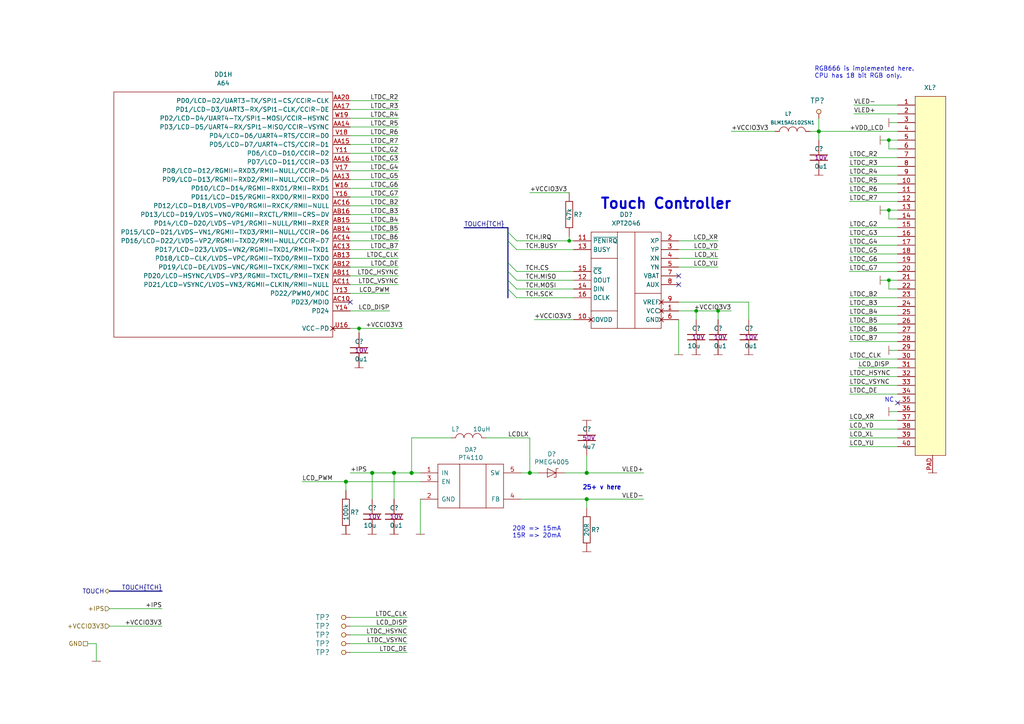
<source format=kicad_sch>
(kicad_sch (version 20211123) (generator eeschema)
  (paper "A4")
  (lib_symbols
    (symbol "Allwinner:A64" (pin_names (offset 1.016))
      (property "Reference" "DD" (at -1.27 1.27 0))
      (property "Value" "A64" (at -27.94 1.27 0))
      (symbol "A64_1_0"
        (pin passive line (at -35.56 -58.42 0) (length 5.08) (name "SDQ22") (number "A2"))
        (pin passive line (at -35.56 -68.58 0) (length 5.08) (name "SDQ26") (number "A4"))
        (pin passive line (at -35.56 -71.12 0) (length 5.08) (name "SDQ27") (number "A5"))
        (pin passive line (at -35.56 -73.66 0) (length 5.08) (name "SDQ28") (number "A7"))
        (pin passive line (at -35.56 -76.2 0) (length 5.08) (name "SDQ29") (number "A8"))
        (pin passive line (at -35.56 -53.34 0) (length 5.08) (name "SDQ20") (number "B1"))
        (pin passive line (at -35.56 -55.88 0) (length 5.08) (name "SDQ21") (number "B2"))
        (pin passive line (at -35.56 -60.96 0) (length 5.08) (name "SDQ23") (number "B3"))
        (pin passive line (at -35.56 -66.04 0) (length 5.08) (name "SDQ25") (number "B4"))
        (pin passive line (at 5.08 -120.65 180) (length 5.08) (name "SDQS3N") (number "B5"))
        (pin passive line (at 5.08 -123.19 180) (length 5.08) (name "SDQS3P") (number "B6"))
        (pin passive line (at 5.08 -90.17 180) (length 5.08) (name "SDQM3") (number "B7"))
        (pin passive line (at -35.56 -78.74 0) (length 5.08) (name "SDQ30") (number "B8"))
        (pin passive line (at -35.56 -81.28 0) (length 5.08) (name "SDQ31") (number "B9"))
        (pin passive line (at 5.08 -87.63 180) (length 5.08) (name "SDQM2") (number "C2"))
        (pin passive line (at 5.08 -25.4 180) (length 5.08) (name "SA9") (number "C4"))
        (pin passive line (at -35.56 -63.5 0) (length 5.08) (name "SDQ24") (number "C5"))
        (pin passive line (at 5.08 -50.8 180) (length 5.08) (name "SBA2") (number "C6"))
        (pin passive line (at -35.56 -93.98 0) (length 5.08) (name "SWE") (number "C8"))
        (pin passive line (at 5.08 -55.88 180) (length 5.08) (name "SCAS") (number "C9"))
        (pin passive line (at 5.08 -114.3 180) (length 5.08) (name "SDQS2N") (number "D1"))
        (pin passive line (at -35.56 -88.9 0) (length 5.08) (name "SRST") (number "D10"))
        (pin passive line (at 5.08 -116.84 180) (length 5.08) (name "SDQS2P") (number "D2"))
        (pin passive line (at 5.08 -22.86 180) (length 5.08) (name "SA8") (number "D3"))
        (pin passive line (at 5.08 -76.2 180) (length 5.08) (name "SODT0") (number "D5"))
        (pin passive line (at 5.08 -45.72 180) (length 5.08) (name "SBA0") (number "D8"))
        (pin passive line (at -35.56 -50.8 0) (length 5.08) (name "SDQ19") (number "E1"))
        (pin passive line (at -35.56 -48.26 0) (length 5.08) (name "SDQ18") (number "E2"))
        (pin passive line (at -35.56 -43.18 0) (length 5.08) (name "SDQ16") (number "E3"))
        (pin passive line (at 5.08 -20.32 180) (length 5.08) (name "SA7") (number "E4"))
        (pin passive line (at 5.08 -71.12 180) (length 5.08) (name "SCS0") (number "E5"))
        (pin passive line (at 5.08 -78.74 180) (length 5.08) (name "SODT1") (number "E7"))
        (pin passive line (at 5.08 -35.56 180) (length 5.08) (name "SA13") (number "E8"))
        (pin passive line (at -35.56 -45.72 0) (length 5.08) (name "SDQ17") (number "F2"))
        (pin passive line (at 5.08 -17.78 180) (length 5.08) (name "SA6") (number "F3"))
        (pin passive line (at -35.56 -86.36 0) (length 5.08) (name "SRAS") (number "F7"))
        (pin passive line (at -35.56 -5.08 0) (length 5.08) (name "SDQ1") (number "G1"))
        (pin passive line (at 5.08 -62.23 180) (length 5.08) (name "SCKP") (number "G2"))
        (pin passive line (at 5.08 -59.69 180) (length 5.08) (name "SCKN") (number "G3"))
        (pin passive line (at 5.08 -15.24 180) (length 5.08) (name "SA5") (number "G4"))
        (pin passive line (at -35.56 -91.44 0) (length 5.08) (name "SVREF") (number "G5"))
        (pin passive line (at -35.56 -101.6 0) (length 5.08) (name "VCC-DRAM") (number "G7"))
        (pin passive line (at -35.56 -104.14 0) (length 5.08) (name "VCC-DRAM") (number "G8"))
        (pin passive line (at -35.56 -106.68 0) (length 5.08) (name "VCC-DRAM") (number "G9"))
        (pin passive line (at -35.56 -15.24 0) (length 5.08) (name "SDQ5") (number "H1"))
        (pin passive line (at -35.56 -12.7 0) (length 5.08) (name "SDQ4") (number "H2"))
        (pin passive line (at -35.56 -7.62 0) (length 5.08) (name "SDQ2") (number "H3"))
        (pin passive line (at 5.08 -73.66 180) (length 5.08) (name "SCS1") (number "H5"))
        (pin passive line (at 5.08 -68.58 180) (length 5.08) (name "SCKE1") (number "H6"))
        (pin passive line (at 5.08 -82.55 180) (length 5.08) (name "SDQM0") (number "J2"))
        (pin passive line (at 5.08 -66.04 180) (length 5.08) (name "SCKE0") (number "J3"))
        (pin passive line (at -35.56 -109.22 0) (length 5.08) (name "VCC-DRAM") (number "J8"))
        (pin passive line (at -35.56 -10.16 0) (length 5.08) (name "SDQ3") (number "K1"))
        (pin passive line (at 5.08 -101.6 180) (length 5.08) (name "SDQS0N") (number "K2"))
        (pin passive line (at 5.08 -104.14 180) (length 5.08) (name "SDQS0P") (number "K3"))
        (pin passive line (at 5.08 -38.1 180) (length 5.08) (name "SA14") (number "K4"))
        (pin passive line (at 5.08 -33.02 180) (length 5.08) (name "SA12") (number "K5"))
        (pin passive line (at -35.56 -111.76 0) (length 5.08) (name "VCC-DRAM") (number "K6"))
        (pin passive line (at -35.56 -114.3 0) (length 5.08) (name "VCC-DRAM") (number "K7"))
        (pin passive line (at -35.56 -17.78 0) (length 5.08) (name "SDQ6") (number "L1"))
        (pin passive line (at -35.56 -20.32 0) (length 5.08) (name "SDQ7") (number "L2"))
        (pin passive line (at -35.56 -2.54 0) (length 5.08) (name "SDQ0") (number "L3"))
        (pin passive line (at -35.56 -116.84 0) (length 5.08) (name "VCC-DRAM") (number "L6"))
        (pin passive line (at -35.56 -119.38 0) (length 5.08) (name "VCC-DRAM") (number "L7"))
        (pin passive line (at -35.56 -121.92 0) (length 5.08) (name "VCC-DRAM") (number "L8"))
        (pin passive line (at -35.56 -40.64 0) (length 5.08) (name "SDQ15") (number "M2"))
        (pin passive line (at 5.08 -27.94 180) (length 5.08) (name "SA10") (number "M4"))
        (pin passive line (at -35.56 -38.1 0) (length 5.08) (name "SDQ14") (number "N1"))
        (pin passive line (at -35.56 -35.56 0) (length 5.08) (name "SDQ13") (number "N2"))
        (pin passive line (at -35.56 -33.02 0) (length 5.08) (name "SDQ12") (number "N3"))
        (pin passive line (at 5.08 -7.62 180) (length 5.08) (name "SA2") (number "N5"))
        (pin passive line (at 5.08 -10.16 180) (length 5.08) (name "SA3") (number "N6"))
        (pin passive line (at -35.56 -124.46 0) (length 5.08) (name "VCC-DRAM") (number "N7"))
        (pin passive line (at -35.56 -127 0) (length 5.08) (name "VCC-DRAM") (number "N8"))
        (pin passive line (at 5.08 -110.49 180) (length 5.08) (name "SDQS1P") (number "P1"))
        (pin passive line (at 5.08 -107.95 180) (length 5.08) (name "SDQS1N") (number "P2"))
        (pin passive line (at 5.08 -85.09 180) (length 5.08) (name "SDQM1") (number "P3"))
        (pin passive line (at 5.08 -2.54 180) (length 5.08) (name "SA0") (number "P5"))
        (pin passive line (at 5.08 -12.7 180) (length 5.08) (name "SA4") (number "P6"))
        (pin passive line (at -35.56 -30.48 0) (length 5.08) (name "SDQ11") (number "R2"))
        (pin passive line (at 5.08 -48.26 180) (length 5.08) (name "SBA1") (number "R3"))
        (pin passive line (at 5.08 -5.08 180) (length 5.08) (name "SA1") (number "R4"))
        (pin passive line (at -35.56 -27.94 0) (length 5.08) (name "SDQ10") (number "T1"))
        (pin passive line (at -35.56 -25.4 0) (length 5.08) (name "SDQ9") (number "T2"))
        (pin passive line (at -35.56 -22.86 0) (length 5.08) (name "SDQ8") (number "T3"))
        (pin passive line (at 5.08 -40.64 180) (length 5.08) (name "SA15") (number "T4"))
        (pin passive line (at -35.56 -96.52 0) (length 5.08) (name "SZQ") (number "U1"))
        (pin passive line (at 5.08 -30.48 180) (length 5.08) (name "SA11") (number "U4"))
      )
      (symbol "A64_1_1"
        (text "DRAM" (at -12.7 -2.54 0) (effects (font (size 1.27 1.27) italic)))
      )
      (symbol "A64_2_0"
        (pin passive line (at 5.08 -55.88 180) (length 5.08) (name "KEYADC") (number "A16"))
        (pin passive line (at 5.08 -50.8 180) (length 5.08) (name "JTAGSEL0") (number "AA11"))
        (pin passive line (at 5.08 -53.34 180) (length 5.08) (name "JTAGSEL1") (number "AA12"))
        (pin passive line (at 5.08 -7.62 180) (length 5.08) (name "X32KFOUT") (number "B18"))
        (pin passive line (at 5.08 -2.54 180) (length 5.08) (name "X32KOUT") (number "B19"))
        (pin passive line (at 5.08 -5.08 180) (length 5.08) (name "X32KIN") (number "C18"))
        (pin passive line (at 5.08 -45.72 180) (length 5.08) (name "RESET") (number "E17"))
        (pin passive line (at 5.08 -58.42 180) (length 5.08) (name "FEL") (number "F17"))
        (pin passive line (at 5.08 -38.1 180) (length 5.08) (name "RTC-VIO") (number "G16"))
        (pin passive line (at 5.08 -48.26 180) (length 5.08) (name "NMI") (number "G18"))
        (pin passive line (at 5.08 -43.18 180) (length 5.08) (name "TEST") (number "H14"))
        (pin passive line (at 5.08 -27.94 180) (length 5.08) (name "VCC-RTC") (number "H16"))
        (pin passive line (at 5.08 -15.24 180) (length 5.08) (name "X24MI") (number "K22"))
        (pin passive line (at 5.08 -12.7 180) (length 5.08) (name "X24MO") (number "K23"))
        (pin passive line (at 5.08 -33.02 180) (length 5.08) (name "VCC-PLL") (number "N16"))
        (pin passive line (at 5.08 -20.32 180) (length 5.08) (name "VCC-EFUSE") (number "N18"))
        (pin passive line (at 5.08 -22.86 180) (length 5.08) (name "VDDBP-EFUSE") (number "P16"))
      )
      (symbol "A64_3_0"
        (pin passive non_logic (at -35.56 -5.08 0) (length 5.08) (name "AGND") (number "A11"))
        (pin passive line (at 5.08 -5.08 180) (length 5.08) (name "EAROUTN") (number "A13"))
        (pin passive line (at 5.08 -17.78 180) (length 5.08) (name "LINEINP") (number "A14"))
        (pin passive line (at 5.08 -48.26 180) (length 5.08) (name "MICIN2N") (number "A17"))
        (pin passive line (at 5.08 -38.1 180) (length 5.08) (name "MIC-DET") (number "B10"))
        (pin passive line (at -35.56 -31.75 0) (length 5.08) (name "VRA2") (number "B11"))
        (pin passive line (at -35.56 -29.21 0) (length 5.08) (name "VRA1") (number "B12"))
        (pin passive line (at 5.08 -2.54 180) (length 5.08) (name "EAROUTP") (number "B13"))
        (pin passive line (at 5.08 -20.32 180) (length 5.08) (name "LINEINN") (number "B14"))
        (pin passive line (at 5.08 -40.64 180) (length 5.08) (name "MICIN1P") (number "B15"))
        (pin passive line (at 5.08 -43.18 180) (length 5.08) (name "MICIN1N") (number "B16"))
        (pin passive line (at 5.08 -45.72 180) (length 5.08) (name "MICIN2P") (number "B17"))
        (pin passive line (at -35.56 -35.56 0) (length 5.08) (name "HP-FB") (number "C10"))
        (pin passive line (at -35.56 -17.78 0) (length 5.08) (name "VRP") (number "C11"))
        (pin passive line (at -35.56 -40.64 0) (length 5.08) (name "HPOUTR") (number "C12"))
        (pin passive line (at -35.56 -38.1 0) (length 5.08) (name "HPOUTL") (number "C13"))
        (pin passive line (at 5.08 -27.94 180) (length 5.08) (name "PHONEINN") (number "C14"))
        (pin passive line (at 5.08 -12.7 180) (length 5.08) (name "LINEOUTN") (number "C16"))
        (pin passive line (at -35.56 -43.18 0) (length 5.08) (name "HP-DET") (number "D11"))
        (pin passive line (at -35.56 -46.99 0) (length 5.08) (name "HBIAS") (number "D13"))
        (pin passive line (at 5.08 -25.4 180) (length 5.08) (name "PHONEINP") (number "D14"))
        (pin passive line (at 5.08 -10.16 180) (length 5.08) (name "LINEOUTP") (number "D16"))
        (pin passive line (at -35.56 -22.86 0) (length 5.08) (name "CPN") (number "E10"))
        (pin passive line (at -35.56 -20.32 0) (length 5.08) (name "CPP") (number "E11"))
        (pin passive non_logic (at -35.56 -10.16 0) (length 5.08) (name "CPVDD") (number "E13"))
        (pin passive line (at -35.56 -49.53 0) (length 5.08) (name "MBIAS") (number "E14"))
        (pin passive line (at 5.08 -30.48 180) (length 5.08) (name "PHONEOUTP") (number "E16"))
        (pin passive line (at -35.56 -12.7 0) (length 5.08) (name "CPVEE") (number "F12"))
        (pin passive line (at 5.08 -33.02 180) (length 5.08) (name "PHONEOUTN") (number "F16"))
        (pin passive line (at -35.56 -26.67 0) (length 5.08) (name "VEE") (number "G13"))
        (pin passive non_logic (at -35.56 -2.54 0) (length 5.08) (name "AVCC") (number "G14"))
      )
      (symbol "A64_3_1"
        (text "AUDIO" (at -16.51 -2.54 0) (effects (font (size 1.27 1.27) italic)))
      )
      (symbol "A64_4_0"
        (pin passive line (at 5.08 -2.54 180) (length 5.08) (name "USB0-DP") (number "A22"))
        (pin passive line (at 5.08 -5.08 180) (length 5.08) (name "USB0-DM") (number "B22"))
        (pin passive line (at 5.08 -10.16 180) (length 5.08) (name "USB1-DP") (number "B23"))
        (pin passive line (at 5.08 -12.7 180) (length 5.08) (name "USB1-DM") (number "C22"))
        (pin passive line (at -33.02 -2.54 0) (length 5.08) (name "HSIC-DAT") (number "G19"))
        (pin passive line (at -33.02 -6.35 0) (length 5.08) (name "HSIC-STR") (number "H19"))
        (pin passive non_logic (at -33.02 -17.78 0) (length 5.08) (name "HSIC-VCC") (number "K16"))
        (pin passive non_logic (at 5.08 -17.78 180) (length 5.08) (name "VCC-USB") (number "L16"))
      )
      (symbol "A64_4_1"
        (text "USB" (at -13.97 -2.54 0) (effects (font (size 1.27 1.27) italic)))
      )
      (symbol "A64_5_0"
        (pin passive line (at -35.56 -29.21 0) (length 5.08) (name "HTX2P") (number "D23"))
        (pin passive line (at -35.56 -7.62 0) (length 5.08) (name "HSDA") (number "E20"))
        (pin passive line (at -35.56 -2.54 0) (length 5.08) (name "HHPD") (number "E21"))
        (pin passive line (at -35.56 -31.75 0) (length 5.08) (name "HTX2N") (number "E22"))
        (pin passive line (at -35.56 -24.13 0) (length 5.08) (name "HTX1P") (number "E23"))
        (pin passive line (at -35.56 -10.16 0) (length 5.08) (name "HCEC") (number "F21"))
        (pin passive line (at -35.56 -26.67 0) (length 5.08) (name "HTX1N") (number "F22"))
        (pin passive line (at -35.56 -5.08 0) (length 5.08) (name "HSCL") (number "G21"))
        (pin passive line (at -35.56 -19.05 0) (length 5.08) (name "HTX0P") (number "G22"))
        (pin passive line (at -35.56 -21.59 0) (length 5.08) (name "HTX0N") (number "G23"))
        (pin passive line (at -35.56 -13.97 0) (length 5.08) (name "HTXCP") (number "H22"))
        (pin passive line (at -35.56 -16.51 0) (length 5.08) (name "HTXCN") (number "H23"))
        (pin passive line (at 5.08 -30.48 180) (length 5.08) (name "DSI-D3N") (number "L22"))
        (pin passive line (at 5.08 -27.94 180) (length 5.08) (name "DSI-D3P") (number "L23"))
        (pin passive non_logic (at -35.56 -36.83 0) (length 5.08) (name "HVCC") (number "M16"))
        (pin passive line (at 5.08 -21.59 180) (length 5.08) (name "DSI-D2P") (number "M22"))
        (pin passive non_logic (at 5.08 -36.83 180) (length 5.08) (name "VCC-DSI") (number "N19"))
        (pin passive line (at 5.08 -24.13 180) (length 5.08) (name "DSI-D2N") (number "N22"))
        (pin passive line (at 5.08 -2.54 180) (length 5.08) (name "DSI-CKP") (number "N23"))
        (pin passive line (at 5.08 -15.24 180) (length 5.08) (name "DSI-D1P") (number "P22"))
        (pin passive line (at 5.08 -5.08 180) (length 5.08) (name "DSI-CKN") (number "P23"))
        (pin passive line (at 5.08 -17.78 180) (length 5.08) (name "DSI-D1N") (number "R22"))
        (pin passive line (at 5.08 -8.89 180) (length 5.08) (name "DSI-D0P") (number "T22"))
        (pin passive line (at 5.08 -11.43 180) (length 5.08) (name "DSI-D0N") (number "T23"))
      )
      (symbol "A64_5_1"
        (text "HDMI/DSI" (at -16.51 -2.54 0) (effects (font (size 1.27 1.27) italic)))
      )
      (symbol "A64_6_0"
        (pin passive line (at 5.08 -15.24 180) (length 5.08) (name "PB5/AIF2-BCLK/PCM0-BCLK") (number "AA6"))
        (pin passive line (at 5.08 -10.16 180) (length 5.08) (name "PB3/UART2-CTS/I2S0-MCLK/JTAG-DI0") (number "AA7"))
        (pin passive line (at 5.08 -5.08 180) (length 5.08) (name "PB1/UART2-RX/JTAG-CK0") (number "AB7"))
        (pin passive line (at 5.08 -22.86 180) (length 5.08) (name "PB8/UART0-TX") (number "V10"))
        (pin passive line (at 5.08 -2.54 180) (length 5.08) (name "PB0/UART2-TX/JTAG-MS0") (number "V9"))
        (pin passive line (at 5.08 -7.62 180) (length 5.08) (name "PB2/UART2-RTS/JTAG-DO0") (number "W10"))
        (pin passive line (at 5.08 -12.7 180) (length 5.08) (name "PB4/AIF2-SYNC/PCM0-SYNC") (number "W7"))
        (pin passive line (at 5.08 -17.78 180) (length 5.08) (name "PB6/AIF2-DOUT/PCM0-DOUT") (number "W8"))
        (pin passive line (at 5.08 -20.32 180) (length 5.08) (name "PB7/AIF2-DINPCM0-DIN") (number "Y6"))
        (pin passive line (at 5.08 -25.4 180) (length 5.08) (name "PB9/UART0-RX") (number "Y7"))
      )
      (symbol "A64_7_0"
        (pin passive line (at 5.08 -15.24 180) (length 5.08) (name "PC5/NAND-RE/SDC2-CLK") (number "G20"))
        (pin passive line (at 5.08 -30.48 180) (length 5.08) (name "PC11/NAND-DQ3/SDC2-D3") (number "H20"))
        (pin passive line (at 5.08 -38.1 180) (length 5.08) (name "PC14/NAND-DQ6/SDC2-D6") (number "J21"))
        (pin passive line (at 5.08 -5.08 180) (length 5.08) (name "PC1/NAND-ALE/SDC2-DS/SPI0-MISO") (number "K18"))
        (pin passive line (at 5.08 -17.78 180) (length 5.08) (name "PC6/NAND-RB0/SDC2-CMD") (number "K19"))
        (pin passive line (at 5.08 -27.94 180) (length 5.08) (name "PC10/NAND-DQ2/SDC2-D2") (number "K20"))
        (pin passive line (at 5.08 -25.4 180) (length 5.08) (name "PC9/NAND-DQ1/SDC2-D1") (number "L19"))
        (pin passive line (at 5.08 -35.56 180) (length 5.08) (name "PC13/NAND-DQ5/SDC2-D5") (number "L20"))
        (pin passive line (at 5.08 -22.86 180) (length 5.08) (name "PC8/NAND-DQ0/SDC2-D0") (number "M21"))
        (pin passive line (at 5.08 -43.18 180) (length 5.08) (name "PC16/NAND-DQS/SDC2-RST") (number "N20"))
        (pin passive line (at 5.08 -33.02 180) (length 5.08) (name "PC12/NAND-DQ4/SDC2-D4") (number "P18"))
        (pin passive line (at 5.08 -10.16 180) (length 5.08) (name "PC3/NAND-CE1/SPI0-CS") (number "P19"))
        (pin passive line (at 5.08 -7.62 180) (length 5.08) (name "PC2/NAND-CLE/SPI0-CLK") (number "P20"))
        (pin passive non_logic (at 5.08 -48.26 180) (length 5.08) (name "VCC-PC") (number "R16"))
        (pin passive line (at 5.08 -40.64 180) (length 5.08) (name "PC15/NAND-DQ7/SDC2-D7") (number "R21"))
        (pin passive line (at 5.08 -20.32 180) (length 5.08) (name "PC7/NAND-RB1") (number "T19"))
        (pin passive line (at 5.08 -12.7 180) (length 5.08) (name "PC4/NAND-CE0") (number "T20"))
        (pin passive line (at 5.08 -2.54 180) (length 5.08) (name "PC0/NAND-WE/SPI0-MOSI") (number "T21"))
      )
      (symbol "A64_8_0"
        (pin passive line (at 5.08 -25.4 180) (length 5.08) (name "PD9/LCD-D13/RGMII-RXD2/RMII-NULL/CCIR-D5") (number "AA13"))
        (pin passive line (at 5.08 -10.16 180) (length 5.08) (name "PD3/LCD-D5/UART4-RX/SPI1-MISO/CCIR-VSYNC") (number "AA14"))
        (pin passive line (at 5.08 -15.24 180) (length 5.08) (name "PD5/LCD-D7/UART4-CTS/CCIR-D1") (number "AA15"))
        (pin passive line (at 5.08 -20.32 180) (length 5.08) (name "PD7/LCD-D11/CCIR-D3") (number "AA16"))
        (pin passive line (at 5.08 -5.08 180) (length 5.08) (name "PD1/LCD-D3/UART3-RX/SPI1-CLK/CCIR-DE") (number "AA17"))
        (pin passive line (at 5.08 -2.54 180) (length 5.08) (name "PD0/LCD-D2/UART3-TX/SPI1-CS/CCIR-CLK") (number "AA20"))
        (pin passive line (at 5.08 -53.34 180) (length 5.08) (name "PD20/LCD-HSYNC/LVDS-VP3/RGMII-TXCTL/RMII-TXEN") (number "AB11"))
        (pin passive line (at 5.08 -50.8 180) (length 5.08) (name "PD19/LCD-DE/LVDS-VNC/RGMII-TXCK/RMII-TXCK") (number "AB12"))
        (pin passive line (at 5.08 -48.26 180) (length 5.08) (name "PD18/LCD-CLK/LVDS-VPC/RGMII-TXD0/RMII-TXD0") (number "AB13"))
        (pin passive line (at 5.08 -40.64 180) (length 5.08) (name "PD15/LCD-D21/LVDS-VN1/RGMII-TXD3/RMII-NULL/CCIR-D6") (number "AB14"))
        (pin passive line (at 5.08 -38.1 180) (length 5.08) (name "PD14/LCD-D20/LVDS-VP1/RGMII-NULL/RMII-RXER") (number "AB15"))
        (pin passive line (at 5.08 -35.56 180) (length 5.08) (name "PD13/LCD-D19/LVDS-VN0/RGMII-RXCTL/RMII-CRS-DV") (number "AB16"))
        (pin passive line (at 5.08 -60.96 180) (length 5.08) (name "PD23/MDIO") (number "AC10"))
        (pin passive line (at 5.08 -55.88 180) (length 5.08) (name "PD21/LCD-VSYNC/LVDS-VN3/RGMII-CLKIN/RMII-NULL") (number "AC11"))
        (pin passive line (at 5.08 -45.72 180) (length 5.08) (name "PD17/LCD-D23/LVDS-VN2/RGMII-TXD1/RMII-TXD1") (number "AC13"))
        (pin passive line (at 5.08 -43.18 180) (length 5.08) (name "PD16/LCD-D22/LVDS-VP2/RGMII-TXD2/RMII-NULL/CCIR-D7") (number "AC14"))
        (pin passive line (at 5.08 -33.02 180) (length 5.08) (name "PD12/LCD-D18/LVDS-VP0/RGMII-RXCK/RMII-NULL") (number "AC16"))
        (pin passive non_logic (at 5.08 -68.58 180) (length 5.08) (name "VCC-PD") (number "U16"))
        (pin passive line (at 5.08 -22.86 180) (length 5.08) (name "PD8/LCD-D12/RGMII-RXD3/RMII-NULL/CCIR-D4") (number "V17"))
        (pin passive line (at 5.08 -12.7 180) (length 5.08) (name "PD4/LCD-D6/UART4-RTS/CCIR-D0") (number "V18"))
        (pin passive line (at 5.08 -27.94 180) (length 5.08) (name "PD10/LCD-D14/RGMII-RXD1/RMII-RXD1") (number "W16"))
        (pin passive line (at 5.08 -7.62 180) (length 5.08) (name "PD2/LCD-D4/UART4-TX/SPI1-MOSI/CCIR-HSYNC") (number "W19"))
        (pin passive line (at 5.08 -17.78 180) (length 5.08) (name "PD6/LCD-D10/CCIR-D2") (number "Y11"))
        (pin passive line (at 5.08 -58.42 180) (length 5.08) (name "PD22/PWM0/MDC") (number "Y13"))
        (pin passive line (at 5.08 -63.5 180) (length 5.08) (name "PD24") (number "Y14"))
        (pin passive line (at 5.08 -30.48 180) (length 5.08) (name "PD11/LCD-D15/RGMII-RXD0/RMII-RXD0") (number "Y16"))
      )
      (symbol "A64_9_0"
        (pin passive line (at 5.08 -2.54 180) (length 5.08) (name "PE0/CSI-PCLK/TS_CLK") (number "AA18"))
        (pin passive line (at 5.08 -12.7 180) (length 5.08) (name "PE4/CSI-D0/TS_D0") (number "AA19"))
        (pin passive line (at 5.08 -10.16 180) (length 5.08) (name "PE3/CSI-VSYNC/TS_DVLD") (number "AA21"))
        (pin passive line (at 5.08 -7.62 180) (length 5.08) (name "PE2/CSI-HSYNC/TS_SYNC") (number "AA22"))
        (pin passive line (at 5.08 -33.02 180) (length 5.08) (name "PE12/CSI-SCK") (number "AB20"))
        (pin passive line (at 5.08 -43.18 180) (length 5.08) (name "PE16") (number "AB21"))
        (pin passive line (at 5.08 -27.94 180) (length 5.08) (name "PE10/CSI-D6/TS-D6") (number "AB22"))
        (pin passive line (at 5.08 -5.08 180) (length 5.08) (name "PE1/CSI-MCLK/TS_ERR") (number "AB23"))
        (pin passive line (at 5.08 -38.1 180) (length 5.08) (name "PE14/PLL-LOCK-DBG/TWI2-SCK") (number "AC20"))
        (pin passive line (at 5.08 -22.86 180) (length 5.08) (name "PE8/CSI-D4/TS-D4") (number "AC22"))
        (pin passive non_logic (at 5.08 -50.8 180) (length 5.08) (name "VCC-PE") (number "U18"))
        (pin passive line (at 5.08 -15.24 180) (length 5.08) (name "PE5/CSI-D1/TS-D") (number "W17"))
        (pin passive line (at 5.08 -17.78 180) (length 5.08) (name "PE6/CSI-D2/TS-D2") (number "W20"))
        (pin passive line (at 5.08 -30.48 180) (length 5.08) (name "PE11/CSI-D7/TS-D7") (number "W21"))
        (pin passive line (at 5.08 -45.72 180) (length 5.08) (name "PE17") (number "W22"))
        (pin passive line (at 5.08 -25.4 180) (length 5.08) (name "PE9/CSI-D5/TS-D5") (number "Y17"))
        (pin passive line (at 5.08 -20.32 180) (length 5.08) (name "PE7/CSI-D3/TS-D3") (number "Y19"))
        (pin passive line (at 5.08 -35.56 180) (length 5.08) (name "PE13/CSI-SDA") (number "Y22"))
        (pin passive line (at 5.08 -40.64 180) (length 5.08) (name "PE15/TWI2-SDA") (number "Y23"))
      )
      (symbol "A64_10_0"
        (pin passive line (at 5.08 -2.54 180) (length 5.08) (name "PF0/SDC0-D1/JTAG-MS1") (number "AB10"))
        (pin passive line (at 5.08 -12.7 180) (length 5.08) (name "PF4/SDC0-D3/UART0-RX") (number "AB6"))
        (pin passive line (at 5.08 -17.78 180) (length 5.08) (name "PF6") (number "AB8"))
        (pin passive line (at 5.08 -15.24 180) (length 5.08) (name "PF5/SDC0-D2/JTAG-CK1") (number "AB9"))
        (pin passive line (at 5.08 -7.62 180) (length 5.08) (name "PF2/SDC0-CLK/UART0-TX") (number "AC8"))
        (pin passive line (at 5.08 -5.08 180) (length 5.08) (name "PF1/SDC0-D0/JTAG-DI1") (number "W13"))
        (pin passive line (at 5.08 -10.16 180) (length 5.08) (name "PF3/SDC0-CMD/JTAG-DO1") (number "W9"))
      )
      (symbol "A64_11_0"
        (pin passive line (at 5.08 -17.78 180) (length 5.08) (name "PG6/UART1-TX") (number "AB17"))
        (pin passive line (at 5.08 -30.48 180) (length 5.08) (name "PG11/AIF3-BCLK/PCM1-BCLK") (number "AB18"))
        (pin passive line (at 5.08 -27.94 180) (length 5.08) (name "PG10/AIF3-SYNC/PCM1-SYNC") (number "AB19"))
        (pin passive line (at 5.08 -22.86 180) (length 5.08) (name "PG8/UART1-RTS") (number "AC17"))
        (pin passive line (at 5.08 -33.02 180) (length 5.08) (name "PG12/AIF3-DOUT/PCM1-DOUT") (number "AC19"))
        (pin passive non_logic (at 5.08 -40.64 180) (length 5.08) (name "VCC-PG") (number "T17"))
        (pin passive line (at 5.08 -7.62 180) (length 5.08) (name "PG2/SDC1-D0") (number "U19"))
        (pin passive line (at 5.08 -5.08 180) (length 5.08) (name "PG1/SDC1-CMD") (number "U20"))
        (pin passive line (at 5.08 -25.4 180) (length 5.08) (name "PG9/UART1-CTS") (number "U21"))
        (pin passive line (at 5.08 -35.56 180) (length 5.08) (name "PG13/AIF3-DIN/PCM1-DIN") (number "U22"))
        (pin passive line (at 5.08 -20.32 180) (length 5.08) (name "PG7/UART1-RX") (number "U23"))
        (pin passive line (at 5.08 -2.54 180) (length 5.08) (name "PG0/SDC1-CLK") (number "V21"))
        (pin passive line (at 5.08 -10.16 180) (length 5.08) (name "PG3/SDC1-D1") (number "V22"))
        (pin passive line (at 5.08 -15.24 180) (length 5.08) (name "PG5/SDC1-D3") (number "W23"))
        (pin passive line (at 5.08 -12.7 180) (length 5.08) (name "PG4/SDC1-D2") (number "Y21"))
      )
      (symbol "A64_12_0"
        (pin passive line (at 5.08 -5.08 180) (length 5.08) (name "PH1/TWI0-SDA") (number "AA10"))
        (pin passive line (at 5.08 -30.48 180) (length 5.08) (name "PH11/MIC-DATA") (number "AA5"))
        (pin passive line (at 5.08 -25.4 180) (length 5.08) (name "PH9") (number "AA8"))
        (pin passive line (at 5.08 -10.16 180) (length 5.08) (name "PH3/TWI1-SDA") (number "AA9"))
        (pin passive line (at 5.08 -17.78 180) (length 5.08) (name "PH6/UART3-RTS") (number "AB4"))
        (pin passive line (at 5.08 -12.7 180) (length 5.08) (name "PH4/UART3-TX") (number "AB5"))
        (pin passive line (at 5.08 -7.62 180) (length 5.08) (name "PH2/TWI1-SCK") (number "AC4"))
        (pin passive line (at 5.08 -20.32 180) (length 5.08) (name "PH7/UART3-CTS") (number "AC5"))
        (pin passive line (at 5.08 -15.24 180) (length 5.08) (name "PH5/UART3-RX") (number "AC7"))
        (pin passive line (at 5.08 -2.54 180) (length 5.08) (name "PH0/TWI0-SCK") (number "W11"))
        (pin passive line (at 5.08 -22.86 180) (length 5.08) (name "PH8/SPDIF-OUT") (number "Y10"))
        (pin passive line (at 5.08 -27.94 180) (length 5.08) (name "PH10/MIC-CLK") (number "Y8"))
      )
      (symbol "A64_13_0"
        (pin passive line (at 5.08 -7.62 180) (length 5.08) (name "PL2/S-UART-TX") (number "A19"))
        (pin passive line (at 5.08 -12.7 180) (length 5.08) (name "PL4/S-JTAG-MS") (number "A20"))
        (pin passive line (at 5.08 -17.78 180) (length 5.08) (name "PL6/S-JTAG-DO") (number "B20"))
        (pin passive line (at 5.08 -22.86 180) (length 5.08) (name "PL8/S-TWI-SCK") (number "B21"))
        (pin passive line (at 5.08 -5.08 180) (length 5.08) (name "PL1/S-RSB-SDA/S-TWI-SDA") (number "C17"))
        (pin passive line (at 5.08 -20.32 180) (length 5.08) (name "PL7/S-JTAG-DI") (number "C19"))
        (pin passive line (at 5.08 -30.48 180) (length 5.08) (name "PL11/S-CIR-RX") (number "C20"))
        (pin passive line (at 5.08 -2.54 180) (length 5.08) (name "PL0/S-RSB-SCK/S-TWI-SCK") (number "D17"))
        (pin passive line (at 5.08 -15.24 180) (length 5.08) (name "PL5/S-JTAG-CK") (number "D19"))
        (pin passive line (at 5.08 -25.4 180) (length 5.08) (name "PL9/S-TWI-SDA") (number "D20"))
        (pin passive line (at 5.08 -27.94 180) (length 5.08) (name "PL10/S-PWM") (number "D21"))
        (pin passive line (at 5.08 -33.02 180) (length 5.08) (name "PL12") (number "D22"))
        (pin passive line (at 5.08 -10.16 180) (length 5.08) (name "PL3/S-UART-RX") (number "E19"))
        (pin passive non_logic (at 5.08 -39.37 180) (length 5.08) (name "VCC-PL") (number "J16"))
      )
      (symbol "A64_14_0"
        (pin passive non_logic (at 5.08 -2.54 180) (length 5.08) (name "GND") (number "A1"))
        (pin passive non_logic (at 5.08 -5.08 180) (length 5.08) (name "GND") (number "A23"))
        (pin passive non_logic (at -39.37 -17.78 0) (length 5.08) (name "VDD-CPUX") (number "AA1"))
        (pin passive non_logic (at -39.37 -40.64 0) (length 5.08) (name "VDD-CPUX") (number "AA3"))
        (pin passive non_logic (at -39.37 -27.94 0) (length 5.08) (name "VDD-CPUX") (number "AB2"))
        (pin passive non_logic (at -39.37 -20.32 0) (length 5.08) (name "VDD-CPUX") (number "AC1"))
        (pin passive non_logic (at -39.37 -30.48 0) (length 5.08) (name "VDD-CPUX") (number "AC2"))
        (pin passive non_logic (at 5.08 -7.62 180) (length 5.08) (name "GND") (number "AC23"))
        (pin passive non_logic (at 5.08 -10.16 180) (length 5.08) (name "GND") (number "C3"))
        (pin passive non_logic (at 5.08 -12.7 180) (length 5.08) (name "GND") (number "C7"))
        (pin passive non_logic (at 5.08 -15.24 180) (length 5.08) (name "GND") (number "D7"))
        (pin passive non_logic (at 5.08 -20.32 180) (length 5.08) (name "GND") (number "G11"))
        (pin passive non_logic (at 5.08 -17.78 180) (length 5.08) (name "GND") (number "G6"))
        (pin passive non_logic (at 5.08 -25.4 180) (length 5.08) (name "GND") (number "H13"))
        (pin passive non_logic (at -39.37 -10.16 0) (length 5.08) (name "VDD-CPUS") (number "H15"))
        (pin passive non_logic (at 5.08 -22.86 180) (length 5.08) (name "GND") (number "H4"))
        (pin passive non_logic (at 5.08 -30.48 180) (length 5.08) (name "GND") (number "J10"))
        (pin passive non_logic (at 5.08 -33.02 180) (length 5.08) (name "GND") (number "J11"))
        (pin passive non_logic (at -39.37 -68.58 0) (length 5.08) (name "VDD-SYS") (number "J12"))
        (pin passive non_logic (at -39.37 -71.12 0) (length 5.08) (name "VDD-SYS") (number "J13"))
        (pin passive non_logic (at 5.08 -35.56 180) (length 5.08) (name "GND") (number "J14"))
        (pin passive non_logic (at 5.08 -38.1 180) (length 5.08) (name "GND") (number "J15"))
        (pin passive non_logic (at 5.08 -27.94 180) (length 5.08) (name "GND") (number "J9"))
        (pin passive non_logic (at 5.08 -45.72 180) (length 5.08) (name "GND") (number "K10"))
        (pin passive non_logic (at 5.08 -48.26 180) (length 5.08) (name "GND") (number "K11"))
        (pin passive non_logic (at 5.08 -50.8 180) (length 5.08) (name "GND") (number "K12"))
        (pin passive non_logic (at 5.08 -53.34 180) (length 5.08) (name "GND") (number "K13"))
        (pin passive non_logic (at -39.37 -81.28 0) (length 5.08) (name "VDD-SYS") (number "K14"))
        (pin passive non_logic (at 5.08 -40.64 180) (length 5.08) (name "GND") (number "K8"))
        (pin passive non_logic (at 5.08 -43.18 180) (length 5.08) (name "GND") (number "K9"))
        (pin passive non_logic (at 5.08 -63.5 180) (length 5.08) (name "GND") (number "L10"))
        (pin passive non_logic (at 5.08 -66.04 180) (length 5.08) (name "GND") (number "L11"))
        (pin passive non_logic (at 5.08 -68.58 180) (length 5.08) (name "GND") (number "L12"))
        (pin passive non_logic (at -39.37 -73.66 0) (length 5.08) (name "VDD-SYS") (number "L13"))
        (pin passive non_logic (at -39.37 -83.82 0) (length 5.08) (name "VDD-SYS") (number "L14"))
        (pin passive non_logic (at 5.08 -71.12 180) (length 5.08) (name "GND") (number "L15"))
        (pin passive non_logic (at 5.08 -55.88 180) (length 5.08) (name "GND") (number "L4"))
        (pin passive non_logic (at 5.08 -58.42 180) (length 5.08) (name "GND") (number "L5"))
        (pin passive non_logic (at 5.08 -60.96 180) (length 5.08) (name "GND") (number "L9"))
        (pin passive non_logic (at 5.08 -81.28 180) (length 5.08) (name "GND") (number "M10"))
        (pin passive non_logic (at 5.08 -83.82 180) (length 5.08) (name "GND") (number "M11"))
        (pin passive non_logic (at 5.08 -86.36 180) (length 5.08) (name "GND") (number "M12"))
        (pin passive non_logic (at -39.37 -76.2 0) (length 5.08) (name "VDD-SYS") (number "M13"))
        (pin passive non_logic (at -39.37 -86.36 0) (length 5.08) (name "VDD-SYS") (number "M14"))
        (pin passive non_logic (at 5.08 -88.9 180) (length 5.08) (name "GND") (number "M15"))
        (pin passive non_logic (at 5.08 -73.66 180) (length 5.08) (name "GND") (number "M3"))
        (pin passive non_logic (at 5.08 -76.2 180) (length 5.08) (name "GND") (number "M8"))
        (pin passive non_logic (at 5.08 -78.74 180) (length 5.08) (name "GND") (number "M9"))
        (pin passive non_logic (at 5.08 -96.52 180) (length 5.08) (name "GND") (number "N10"))
        (pin passive non_logic (at 5.08 -99.06 180) (length 5.08) (name "GND") (number "N11"))
        (pin passive non_logic (at 5.08 -101.6 180) (length 5.08) (name "GND") (number "N12"))
        (pin passive non_logic (at 5.08 -104.14 180) (length 5.08) (name "GND") (number "N13"))
        (pin passive non_logic (at -39.37 -88.9 0) (length 5.08) (name "VDD-SYS") (number "N14"))
        (pin passive non_logic (at 5.08 -106.68 180) (length 5.08) (name "GND") (number "N15"))
        (pin passive non_logic (at 5.08 -91.44 180) (length 5.08) (name "GND") (number "N4"))
        (pin passive non_logic (at 5.08 -93.98 180) (length 5.08) (name "GND") (number "N9"))
        (pin passive non_logic (at 5.08 -116.84 180) (length 5.08) (name "GND") (number "P10"))
        (pin passive non_logic (at 5.08 -119.38 180) (length 5.08) (name "GND") (number "P11"))
        (pin passive non_logic (at 5.08 -121.92 180) (length 5.08) (name "GND") (number "P12"))
        (pin passive non_logic (at 5.08 -124.46 180) (length 5.08) (name "GND") (number "P13"))
        (pin passive non_logic (at -39.37 -91.44 0) (length 5.08) (name "VDD-SYS") (number "P14"))
        (pin passive non_logic (at 5.08 -109.22 180) (length 5.08) (name "GND") (number "P7"))
        (pin passive non_logic (at 5.08 -111.76 180) (length 5.08) (name "GND") (number "P8"))
        (pin passive non_logic (at 5.08 -114.3 180) (length 5.08) (name "GND") (number "P9"))
        (pin passive non_logic (at 5.08 -139.7 180) (length 5.08) (name "GND") (number "R10"))
        (pin passive non_logic (at 5.08 -142.24 180) (length 5.08) (name "GND") (number "R11"))
        (pin passive non_logic (at -39.37 -101.6 0) (length 5.08) (name "GND") (number "R12"))
        (pin passive non_logic (at -39.37 -78.74 0) (length 5.08) (name "VDD-SYS") (number "R13"))
        (pin passive non_logic (at -39.37 -93.98 0) (length 5.08) (name "VDD-SYS") (number "R14"))
        (pin passive non_logic (at -39.37 -104.14 0) (length 5.08) (name "GND") (number "R15"))
        (pin passive non_logic (at 5.08 -127 180) (length 5.08) (name "GND") (number "R5"))
        (pin passive non_logic (at 5.08 -129.54 180) (length 5.08) (name "GND") (number "R6"))
        (pin passive non_logic (at 5.08 -132.08 180) (length 5.08) (name "GND") (number "R7"))
        (pin passive non_logic (at 5.08 -134.62 180) (length 5.08) (name "GND") (number "R8"))
        (pin passive non_logic (at 5.08 -137.16 180) (length 5.08) (name "GND") (number "R9"))
        (pin passive non_logic (at -39.37 -111.76 0) (length 5.08) (name "GND") (number "T10"))
        (pin passive non_logic (at -39.37 -114.3 0) (length 5.08) (name "GND") (number "T11"))
        (pin passive non_logic (at -39.37 -116.84 0) (length 5.08) (name "GND") (number "T12"))
        (pin passive non_logic (at -39.37 -119.38 0) (length 5.08) (name "GND") (number "T13"))
        (pin passive non_logic (at -39.37 -2.54 0) (length 5.08) (name "VCC-IO") (number "T14"))
        (pin passive non_logic (at -39.37 -96.52 0) (length 5.08) (name "VDD-SYS") (number "T15"))
        (pin passive non_logic (at -39.37 -63.5 0) (length 5.08) (name "VDDFB-CPUX") (number "T6"))
        (pin passive non_logic (at -39.37 -106.68 0) (length 5.08) (name "GND") (number "T8"))
        (pin passive non_logic (at -39.37 -109.22 0) (length 5.08) (name "GND") (number "T9"))
        (pin passive non_logic (at -39.37 -134.62 0) (length 5.08) (name "GND") (number "U11"))
        (pin passive non_logic (at -39.37 -137.16 0) (length 5.08) (name "GND") (number "U12"))
        (pin passive non_logic (at -39.37 -5.08 0) (length 5.08) (name "VCC-IO") (number "U15"))
        (pin passive non_logic (at -39.37 -121.92 0) (length 5.08) (name "GND") (number "U2"))
        (pin passive non_logic (at -39.37 -124.46 0) (length 5.08) (name "GND") (number "U5"))
        (pin passive non_logic (at -39.37 -55.88 0) (length 5.08) (name "VDD-CPUX") (number "U6"))
        (pin passive non_logic (at -39.37 -127 0) (length 5.08) (name "GND") (number "U7"))
        (pin passive non_logic (at -39.37 -129.54 0) (length 5.08) (name "GND") (number "U8"))
        (pin passive non_logic (at -39.37 -132.08 0) (length 5.08) (name "GND") (number "U9"))
        (pin passive non_logic (at -39.37 -142.24 0) (length 5.08) (name "GND") (number "V14"))
        (pin passive non_logic (at -39.37 -22.86 0) (length 5.08) (name "VDD-CPUX") (number "V2"))
        (pin passive non_logic (at -39.37 -33.02 0) (length 5.08) (name "VDD-CPUX") (number "V3"))
        (pin passive non_logic (at -39.37 -43.18 0) (length 5.08) (name "VDD-CPUX") (number "V4"))
        (pin passive non_logic (at -39.37 -50.8 0) (length 5.08) (name "VDD-CPUX") (number "V5"))
        (pin passive non_logic (at -39.37 -58.42 0) (length 5.08) (name "VDD-CPUX") (number "V6"))
        (pin passive non_logic (at -39.37 -139.7 0) (length 5.08) (name "GND") (number "V8"))
        (pin passive non_logic (at -39.37 -15.24 0) (length 5.08) (name "VDD-CPUX") (number "W1"))
        (pin passive non_logic (at -39.37 -35.56 0) (length 5.08) (name "VDD-CPUX") (number "W3"))
        (pin passive non_logic (at -39.37 -45.72 0) (length 5.08) (name "VDD-CPUX") (number "W4"))
        (pin passive non_logic (at -39.37 -53.34 0) (length 5.08) (name "VDD-CPUX") (number "W5"))
        (pin passive non_logic (at -39.37 -25.4 0) (length 5.08) (name "VDD-CPUX") (number "Y2"))
        (pin passive non_logic (at -39.37 -38.1 0) (length 5.08) (name "VDD-CPUX") (number "Y3"))
        (pin passive non_logic (at -39.37 -48.26 0) (length 5.08) (name "VDD-CPUX") (number "Y4"))
      )
      (symbol "A64_14_1"
        (text "PWR" (at -13.97 -2.54 0) (effects (font (size 1.27 1.27) italic)))
      )
    )
    (symbol "C_11" (pin_numbers hide) (pin_names (offset 0.254))
      (property "Reference" "C" (at -2.54 -2.54 0))
      (property "Value" "C_11" (at -2.54 2.54 0))
      (property "Voltage" "10V" (at 0 0 0))
      (symbol "C_11_1_1"
        (pin passive line (at 0 5.08 270) (length 4.318) (name "~") (number "1"))
        (pin passive line (at 0 -5.08 90) (length 4.318) (name "~") (number "2"))
      )
    )
    (symbol "Connectors_kl:CONN_40" (pin_names (offset 1.016))
      (property "Reference" "XL" (at -6.35 59.69 0))
      (property "Value" "CONN_40" (at -3.81 57.15 0))
      (symbol "CONN_40_1_1"
        (pin passive line (at 6.35 53.34 180) (length 5.08) (name "~") (number "1"))
        (pin passive line (at 6.35 30.48 180) (length 5.08) (name "~") (number "10"))
        (pin passive line (at 6.35 27.94 180) (length 5.08) (name "~") (number "11"))
        (pin passive line (at 6.35 25.4 180) (length 5.08) (name "~") (number "12"))
        (pin passive line (at 6.35 22.86 180) (length 5.08) (name "~") (number "13"))
        (pin passive line (at 6.35 20.32 180) (length 5.08) (name "~") (number "14"))
        (pin passive line (at 6.35 17.78 180) (length 5.08) (name "~") (number "15"))
        (pin passive line (at 6.35 15.24 180) (length 5.08) (name "~") (number "16"))
        (pin passive line (at 6.35 12.7 180) (length 5.08) (name "~") (number "17"))
        (pin passive line (at 6.35 10.16 180) (length 5.08) (name "~") (number "18"))
        (pin passive line (at 6.35 7.62 180) (length 5.08) (name "~") (number "19"))
        (pin passive line (at 6.35 50.8 180) (length 5.08) (name "~") (number "2"))
        (pin passive line (at 6.35 5.08 180) (length 5.08) (name "~") (number "20"))
        (pin passive line (at 6.35 2.54 180) (length 5.08) (name "~") (number "21"))
        (pin passive line (at 6.35 0 180) (length 5.08) (name "~") (number "22"))
        (pin passive line (at 6.35 -2.54 180) (length 5.08) (name "~") (number "23"))
        (pin passive line (at 6.35 -5.08 180) (length 5.08) (name "~") (number "24"))
        (pin passive line (at 6.35 -7.62 180) (length 5.08) (name "~") (number "25"))
        (pin passive line (at 6.35 -10.16 180) (length 5.08) (name "~") (number "26"))
        (pin passive line (at 6.35 -12.7 180) (length 5.08) (name "~") (number "27"))
        (pin passive line (at 6.35 -15.24 180) (length 5.08) (name "~") (number "28"))
        (pin passive line (at 6.35 -17.78 180) (length 5.08) (name "~") (number "29"))
        (pin passive line (at 6.35 48.26 180) (length 5.08) (name "~") (number "3"))
        (pin passive line (at 6.35 -20.32 180) (length 5.08) (name "~") (number "30"))
        (pin passive line (at 6.35 -22.86 180) (length 5.08) (name "~") (number "31"))
        (pin passive line (at 6.35 -25.4 180) (length 5.08) (name "~") (number "32"))
        (pin passive line (at 6.35 -27.94 180) (length 5.08) (name "~") (number "33"))
        (pin passive line (at 6.35 -30.48 180) (length 5.08) (name "~") (number "34"))
        (pin passive line (at 6.35 -33.02 180) (length 5.08) (name "~") (number "35"))
        (pin passive line (at 6.35 -35.56 180) (length 5.08) (name "~") (number "36"))
        (pin passive line (at 6.35 -38.1 180) (length 5.08) (name "~") (number "37"))
        (pin passive line (at 6.35 -40.64 180) (length 5.08) (name "~") (number "38"))
        (pin passive line (at 6.35 -43.18 180) (length 5.08) (name "~") (number "39"))
        (pin passive line (at 6.35 45.72 180) (length 5.08) (name "~") (number "4"))
        (pin passive line (at 6.35 -45.72 180) (length 5.08) (name "~") (number "40"))
        (pin passive line (at 6.35 43.18 180) (length 5.08) (name "~") (number "5"))
        (pin passive line (at 6.35 40.64 180) (length 5.08) (name "~") (number "6"))
        (pin passive line (at 6.35 38.1 180) (length 5.08) (name "~") (number "7"))
        (pin passive line (at 6.35 35.56 180) (length 5.08) (name "~") (number "8"))
        (pin passive line (at 6.35 33.02 180) (length 5.08) (name "~") (number "9"))
        (pin passive line (at -3.81 -53.34 90) (length 5.08) (name "~") (number "PAD"))
      )
    )
    (symbol "Power_kl:PT4110" (pin_names (offset 1.016))
      (property "Reference" "DA" (at -7.62 7.62 0))
      (property "Value" "PT4110" (at 5.08 7.62 0))
      (symbol "PT4110_1_1"
        (pin power_in line (at -15.24 3.81 0) (length 5.08) (name "IN") (number "1"))
        (pin power_in line (at -15.24 -3.81 0) (length 5.08) (name "GND") (number "2"))
        (pin passive line (at -15.24 1.27 0) (length 5.08) (name "EN") (number "3"))
        (pin passive line (at 13.97 -3.81 180) (length 5.08) (name "FB") (number "4"))
        (pin passive line (at 13.97 3.81 180) (length 5.08) (name "SW") (number "5"))
      )
    )
    (symbol "Sensors:XPT2046"
      (property "Reference" "DD" (at 5.08 3.81 0))
      (property "Value" "XPT2046" (at -6.35 3.81 0))
      (symbol "XPT2046_1_1"
        (pin passive non_logic (at -15.24 -20.32 0) (length 5.08) (name "VCC") (number "1"))
        (pin passive non_logic (at 15.24 -22.86 180) (length 5.08) (name "IOVDD") (number "10"))
        (pin passive line (at 15.24 0 180) (length 5.08) (name "~{PENIRQ}") (number "11"))
        (pin passive line (at 15.24 -11.43 180) (length 5.08) (name "DOUT") (number "12"))
        (pin passive line (at 15.24 -2.54 180) (length 5.08) (name "BUSY") (number "13"))
        (pin passive line (at 15.24 -13.97 180) (length 5.08) (name "DIN") (number "14"))
        (pin passive line (at 15.24 -8.89 180) (length 5.08) (name "~{CS}") (number "15"))
        (pin passive line (at 15.24 -16.51 180) (length 5.08) (name "DCLK") (number "16"))
        (pin passive line (at -15.24 0 0) (length 5.08) (name "XP") (number "2"))
        (pin passive line (at -15.24 -2.54 0) (length 5.08) (name "YP") (number "3"))
        (pin passive line (at -15.24 -5.08 0) (length 5.08) (name "XN") (number "4"))
        (pin passive line (at -15.24 -7.62 0) (length 5.08) (name "YN") (number "5"))
        (pin passive non_logic (at -15.24 -22.86 0) (length 5.08) (name "GND") (number "6"))
        (pin passive line (at -15.24 -10.16 0) (length 5.08) (name "VBAT") (number "7"))
        (pin passive line (at -15.24 -12.7 0) (length 5.08) (name "AUX") (number "8"))
        (pin passive non_logic (at -15.24 -17.78 0) (length 5.08) (name "VREF") (number "9"))
      )
    )
    (symbol "Tittar_kl:C" (pin_numbers hide) (pin_names (offset 0.254))
      (property "Reference" "C" (at -2.54 -2.54 0))
      (property "Value" "Tittar_kl_C" (at -2.54 2.54 0))
      (symbol "C_1_1"
        (pin passive line (at 0 5.08 270) (length 4.318) (name "~") (number "1"))
        (pin passive line (at 0 -5.08 90) (length 4.318) (name "~") (number "2"))
      )
    )
    (symbol "Tittar_kl:D_Shottky" (pin_numbers hide) (pin_names (offset 1.016) hide)
      (property "Reference" "D" (at 0 2.54 0))
      (property "Value" "D_Shottky" (at 0 -2.54 0))
      (symbol "D_Shottky_1_1"
        (pin passive line (at -3.81 0 0) (length 2.54) (name "~") (number "A"))
        (pin passive line (at 3.81 0 180) (length 2.54) (name "~") (number "C"))
      )
    )
    (symbol "Tittar_kl:L" (pin_numbers hide) (pin_names (offset 1.016) hide)
      (property "Reference" "L" (at -2.54 -3.556 90))
      (property "Value" "L" (at -2.54 0 90))
      (symbol "L_1_1"
        (pin passive line (at 0 5.08 270) (length 1.27) (name "1") (number "1"))
        (pin passive line (at 0 -5.08 90) (length 1.27) (name "2") (number "2"))
      )
    )
    (symbol "Tittar_kl:R" (pin_numbers hide) (pin_names (offset 0))
      (property "Reference" "R" (at 2.032 -3.81 90))
      (property "Value" "R" (at 0 0 90))
      (symbol "R_1_1"
        (pin passive line (at 0 6.35 270) (length 2.54) (name "~") (number "1"))
        (pin passive line (at 0 -6.35 90) (length 2.54) (name "~") (number "2"))
      )
    )
    (symbol "pcb_details:TESTPOINT" (pin_numbers hide) (pin_names (offset 1.016))
      (property "Reference" "TP" (at -5.715 0 0))
      (symbol "TESTPOINT_1_1"
        (pin passive line (at 0 0 180) (length 1.27) (name "~") (number "1"))
      )
    )
    (symbol "power:GND" (power) (pin_names (offset 0.254))
      (symbol "GND_1_1"
        (pin power_in line (at 0 0 270) (length 0) hide (name "GND") (number "1"))
      )
    )
  )
  (bus_alias "TCH" (members "IRQ" "BUSY" "CS" "SCK" "MISO" "MOSI"))
  (junction (at 237.49 38.1) (diameter 1.016))
  (junction (at 153.67 137.16) (diameter 1.016))
  (junction (at 208.28 90.17))
  (junction (at 170.18 144.78) (diameter 1.016))
  (junction (at 100.33 139.7) (diameter 1.016))
  (junction (at 201.93 90.17))
  (junction (at 107.95 137.16) (diameter 1.016))
  (junction (at 257.81 81.28))
  (junction (at 257.81 40.64))
  (junction (at 114.3 137.16) (diameter 1.016))
  (junction (at 119.38 137.16) (diameter 1.016))
  (junction (at 165.1 69.85))
  (junction (at 104.14 95.25))
  (junction (at 257.81 60.96))
  (junction (at 170.18 137.16) (diameter 1.016))
  (no_connect (at 260.35 116.84))
  (no_connect (at 101.6 87.63))
  (no_connect (at 196.85 80.01))
  (no_connect (at 196.85 82.55))
  (bus_entry (at 147.32 83.82) (size 2.54 2.54))
  (bus_entry (at 147.32 78.74) (size 2.54 2.54))
  (bus_entry (at 147.32 76.2) (size 2.54 2.54))
  (bus_entry (at 147.32 67.31) (size 2.54 2.54))
  (bus_entry (at 147.32 81.28) (size 2.54 2.54))
  (bus_entry (at 147.32 69.85) (size 2.54 2.54))
  (wire (pts (xy 101.6 80.01) (xy 115.57 80.01)))
  (wire (pts (xy 130.81 127) (xy 119.38 127)))
  (bus (pts (xy 147.32 78.74) (xy 147.32 81.28)))
  (wire (pts (xy 104.14 95.25) (xy 101.6 95.25)))
  (wire (pts (xy 115.57 52.07) (xy 101.6 52.07)))
  (wire (pts (xy 260.35 63.5) (xy 257.81 63.5)))
  (wire (pts (xy 201.93 90.17) (xy 201.93 92.71)))
  (wire (pts (xy 149.86 86.36) (xy 166.37 86.36)))
  (wire (pts (xy 140.97 127) (xy 153.67 127)))
  (wire (pts (xy 260.35 71.12) (xy 246.38 71.12)))
  (wire (pts (xy 208.28 92.71) (xy 208.28 90.17)))
  (bus (pts (xy 134.62 66.04) (xy 147.32 66.04)))
  (wire (pts (xy 170.18 137.16) (xy 186.69 137.16)))
  (wire (pts (xy 237.49 34.29) (xy 237.49 38.1)))
  (wire (pts (xy 255.27 60.96) (xy 257.81 60.96)))
  (wire (pts (xy 101.6 29.21) (xy 115.57 29.21)))
  (wire (pts (xy 260.35 83.82) (xy 257.81 83.82)))
  (wire (pts (xy 234.95 38.1) (xy 237.49 38.1)))
  (wire (pts (xy 208.28 72.39) (xy 196.85 72.39)))
  (wire (pts (xy 149.86 83.82) (xy 166.37 83.82)))
  (wire (pts (xy 246.38 68.58) (xy 260.35 68.58)))
  (wire (pts (xy 260.35 76.2) (xy 246.38 76.2)))
  (wire (pts (xy 100.33 139.7) (xy 87.63 139.7)))
  (wire (pts (xy 247.65 30.48) (xy 260.35 30.48)))
  (wire (pts (xy 257.81 40.64) (xy 260.35 40.64)))
  (wire (pts (xy 248.92 106.68) (xy 260.35 106.68)))
  (wire (pts (xy 260.35 91.44) (xy 246.38 91.44)))
  (wire (pts (xy 101.6 82.55) (xy 115.57 82.55)))
  (wire (pts (xy 101.6 62.23) (xy 115.57 62.23)))
  (wire (pts (xy 101.6 49.53) (xy 115.57 49.53)))
  (wire (pts (xy 257.81 81.28) (xy 257.81 83.82)))
  (wire (pts (xy 257.81 35.56) (xy 260.35 35.56)))
  (wire (pts (xy 170.18 144.78) (xy 186.69 144.78)))
  (wire (pts (xy 260.35 111.76) (xy 246.38 111.76)))
  (wire (pts (xy 260.35 58.42) (xy 246.38 58.42)))
  (wire (pts (xy 104.14 96.52) (xy 104.14 95.25)))
  (wire (pts (xy 149.86 81.28) (xy 166.37 81.28)))
  (wire (pts (xy 260.35 114.3) (xy 246.38 114.3)))
  (wire (pts (xy 119.38 127) (xy 119.38 137.16)))
  (wire (pts (xy 101.6 44.45) (xy 115.57 44.45)))
  (bus (pts (xy 147.32 67.31) (xy 147.32 69.85)))
  (wire (pts (xy 260.35 93.98) (xy 246.38 93.98)))
  (wire (pts (xy 113.03 85.09) (xy 101.6 85.09)))
  (wire (pts (xy 101.6 34.29) (xy 115.57 34.29)))
  (wire (pts (xy 237.49 38.1) (xy 260.35 38.1)))
  (wire (pts (xy 101.6 77.47) (xy 115.57 77.47)))
  (wire (pts (xy 208.28 90.17) (xy 201.93 90.17)))
  (wire (pts (xy 114.3 144.78) (xy 114.3 137.16)))
  (wire (pts (xy 260.35 88.9) (xy 246.38 88.9)))
  (wire (pts (xy 208.28 69.85) (xy 196.85 69.85)))
  (wire (pts (xy 101.6 57.15) (xy 115.57 57.15)))
  (wire (pts (xy 257.81 81.28) (xy 260.35 81.28)))
  (wire (pts (xy 118.11 181.61) (xy 101.6 181.61)))
  (wire (pts (xy 115.57 46.99) (xy 101.6 46.99)))
  (wire (pts (xy 246.38 127) (xy 260.35 127)))
  (wire (pts (xy 257.81 60.96) (xy 260.35 60.96)))
  (wire (pts (xy 257.81 60.96) (xy 257.81 63.5)))
  (wire (pts (xy 153.67 127) (xy 153.67 137.16)))
  (wire (pts (xy 260.35 50.8) (xy 246.38 50.8)))
  (wire (pts (xy 27.94 191.77) (xy 27.94 186.69)))
  (wire (pts (xy 260.35 109.22) (xy 246.38 109.22)))
  (wire (pts (xy 255.27 40.64) (xy 257.81 40.64)))
  (wire (pts (xy 196.85 87.63) (xy 217.17 87.63)))
  (wire (pts (xy 114.3 137.16) (xy 119.38 137.16)))
  (wire (pts (xy 165.1 69.85) (xy 166.37 69.85)))
  (wire (pts (xy 101.6 69.85) (xy 115.57 69.85)))
  (wire (pts (xy 260.35 45.72) (xy 246.38 45.72)))
  (wire (pts (xy 255.27 81.28) (xy 257.81 81.28)))
  (wire (pts (xy 260.35 96.52) (xy 246.38 96.52)))
  (bus (pts (xy 147.32 83.82) (xy 147.32 86.36)))
  (wire (pts (xy 260.35 48.26) (xy 246.38 48.26)))
  (wire (pts (xy 113.03 90.17) (xy 101.6 90.17)))
  (bus (pts (xy 147.32 81.28) (xy 147.32 83.82)))
  (wire (pts (xy 260.35 78.74) (xy 246.38 78.74)))
  (wire (pts (xy 212.09 90.17) (xy 208.28 90.17)))
  (wire (pts (xy 156.21 137.16) (xy 153.67 137.16)))
  (wire (pts (xy 154.94 92.71) (xy 166.37 92.71)))
  (wire (pts (xy 149.86 78.74) (xy 166.37 78.74)))
  (wire (pts (xy 101.6 189.23) (xy 118.11 189.23)))
  (wire (pts (xy 260.35 104.14) (xy 246.38 104.14)))
  (wire (pts (xy 153.67 137.16) (xy 151.13 137.16)))
  (wire (pts (xy 101.6 179.07) (xy 118.11 179.07)))
  (wire (pts (xy 101.6 72.39) (xy 115.57 72.39)))
  (wire (pts (xy 196.85 92.71) (xy 196.85 102.87)))
  (bus (pts (xy 147.32 69.85) (xy 147.32 76.2)))
  (wire (pts (xy 31.75 181.61) (xy 46.99 181.61)))
  (wire (pts (xy 163.83 137.16) (xy 170.18 137.16)))
  (wire (pts (xy 101.6 41.91) (xy 115.57 41.91)))
  (wire (pts (xy 196.85 90.17) (xy 201.93 90.17)))
  (wire (pts (xy 119.38 137.16) (xy 121.92 137.16)))
  (bus (pts (xy 31.75 171.45) (xy 46.99 171.45)))
  (bus (pts (xy 147.32 66.04) (xy 147.32 67.31)))
  (wire (pts (xy 151.13 144.78) (xy 170.18 144.78)))
  (wire (pts (xy 101.6 74.93) (xy 115.57 74.93)))
  (wire (pts (xy 101.6 137.16) (xy 107.95 137.16)))
  (wire (pts (xy 260.35 101.6) (xy 257.81 101.6)))
  (wire (pts (xy 260.35 53.34) (xy 246.38 53.34)))
  (wire (pts (xy 246.38 124.46) (xy 260.35 124.46)))
  (wire (pts (xy 260.35 55.88) (xy 246.38 55.88)))
  (wire (pts (xy 257.81 43.18) (xy 257.81 40.64)))
  (bus (pts (xy 147.32 76.2) (xy 147.32 78.74)))
  (wire (pts (xy 100.33 142.24) (xy 100.33 139.7)))
  (wire (pts (xy 149.86 72.39) (xy 166.37 72.39)))
  (wire (pts (xy 27.94 186.69) (xy 25.4 186.69)))
  (wire (pts (xy 101.6 54.61) (xy 115.57 54.61)))
  (wire (pts (xy 170.18 132.08) (xy 170.18 137.16)))
  (wire (pts (xy 246.38 121.92) (xy 260.35 121.92)))
  (wire (pts (xy 165.1 68.58) (xy 165.1 69.85)))
  (wire (pts (xy 260.35 66.04) (xy 246.38 66.04)))
  (wire (pts (xy 260.35 86.36) (xy 246.38 86.36)))
  (wire (pts (xy 246.38 129.54) (xy 260.35 129.54)))
  (wire (pts (xy 101.6 67.31) (xy 115.57 67.31)))
  (wire (pts (xy 260.35 99.06) (xy 246.38 99.06)))
  (wire (pts (xy 208.28 77.47) (xy 196.85 77.47)))
  (wire (pts (xy 118.11 186.69) (xy 101.6 186.69)))
  (wire (pts (xy 208.28 74.93) (xy 196.85 74.93)))
  (wire (pts (xy 170.18 144.78) (xy 170.18 147.32)))
  (wire (pts (xy 260.35 33.02) (xy 247.65 33.02)))
  (wire (pts (xy 212.09 38.1) (xy 224.79 38.1)))
  (wire (pts (xy 101.6 184.15) (xy 118.11 184.15)))
  (wire (pts (xy 31.75 176.53) (xy 46.99 176.53)))
  (wire (pts (xy 149.86 69.85) (xy 165.1 69.85)))
  (wire (pts (xy 260.35 119.38) (xy 257.81 119.38)))
  (wire (pts (xy 153.67 55.88) (xy 165.1 55.88)))
  (wire (pts (xy 107.95 137.16) (xy 114.3 137.16)))
  (wire (pts (xy 101.6 59.69) (xy 115.57 59.69)))
  (wire (pts (xy 260.35 43.18) (xy 257.81 43.18)))
  (wire (pts (xy 121.92 154.94) (xy 121.92 144.78)))
  (wire (pts (xy 116.84 95.25) (xy 104.14 95.25)))
  (wire (pts (xy 217.17 87.63) (xy 217.17 92.71)))
  (wire (pts (xy 101.6 36.83) (xy 115.57 36.83)))
  (wire (pts (xy 246.38 73.66) (xy 260.35 73.66)))
  (wire (pts (xy 237.49 40.64) (xy 237.49 38.1)))
  (wire (pts (xy 101.6 39.37) (xy 115.57 39.37)))
  (wire (pts (xy 107.95 137.16) (xy 107.95 144.78)))
  (wire (pts (xy 101.6 64.77) (xy 115.57 64.77)))
  (wire (pts (xy 121.92 139.7) (xy 100.33 139.7)))
  (wire (pts (xy 101.6 31.75) (xy 115.57 31.75)))
  (text "25+ v here" (at 168.91 142.24 0) (effects (font (size 1.27 1.27) (thickness 0.254) bold) (justify left bottom)))
  (text "20R => 15mA\n15R => 20mA" (at 148.59 156.21 0) (effects (font (size 1.27 1.27)) (justify left bottom)))
  (text "NC" (at 256.54 116.84 0) (effects (font (size 1.27 1.27)) (justify left bottom)))
  (text "Touch Controller" (at 173.99 60.96 0) (effects (font (size 3 3) (thickness 0.6) bold) (justify left bottom)))
  (text "RGB666 is implemented here.\nCPU has 18 bit RGB only." (at 236.22 22.86 0) (effects (font (size 1.27 1.27)) (justify left bottom)))
  (label "LTDC_R4" (at 115.57 34.29 180))
  (label "LTDC_G3" (at 115.57 46.99 180))
  (label "TCH.BUSY" (at 152.4 72.39 0))
  (label "LTDC_R5" (at 115.57 36.83 180))
  (label "LCDLX" (at 147.32 127 0))
  (label "LTDC_G5" (at 115.57 52.07 180))
  (label "LTDC_G3" (at 246.38 68.58 0))
  (label "LTDC_B3" (at 246.38 88.9 0))
  (label "LTDC_CLK" (at 115.57 74.93 180))
  (label "LTDC_HSYNC" (at 115.57 80.01 180))
  (label "LCD_YU" (at 208.28 77.47 180))
  (label "LTDC_G6" (at 246.38 76.2 0))
  (label "LTDC_R6" (at 115.57 39.37 180))
  (label "LTDC_R7" (at 246.38 58.42 0))
  (label "+VCCIO3V3" (at 46.99 181.61 180))
  (label "LTDC_R4" (at 246.38 50.8 0))
  (label "LCD_XL" (at 208.28 74.93 180))
  (label "LTDC_B3" (at 115.57 62.23 180))
  (label "TCH.SCK" (at 152.4 86.36 0))
  (label "TOUCH{TCH}" (at 134.62 66.04 0))
  (label "LTDC_G2" (at 246.38 66.04 0))
  (label "LTDC_DE" (at 115.57 77.47 180))
  (label "VLED+" (at 247.65 33.02 0))
  (label "LTDC_VSYNC" (at 118.11 186.69 180))
  (label "LTDC_B6" (at 115.57 69.85 180))
  (label "+VDD_LCD" (at 246.38 38.1 0))
  (label "LTDC_HSYNC" (at 246.38 109.22 0))
  (label "LTDC_R3" (at 115.57 31.75 180))
  (label "LCD_PWM" (at 113.03 85.09 180))
  (label "LTDC_B5" (at 115.57 67.31 180))
  (label "LTDC_G6" (at 115.57 54.61 180))
  (label "LCD_XR" (at 246.38 121.92 0))
  (label "LTDC_VSYNC" (at 115.57 82.55 180))
  (label "LCD_DISP" (at 118.11 181.61 180))
  (label "LTDC_R3" (at 246.38 48.26 0))
  (label "LCD_DISP" (at 248.92 106.68 0))
  (label "LTDC_B7" (at 115.57 72.39 180))
  (label "LTDC_R2" (at 115.57 29.21 180))
  (label "LTDC_G4" (at 246.38 71.12 0))
  (label "+VCCIO3V3" (at 154.94 92.71 0))
  (label "VLED+" (at 186.69 137.16 180))
  (label "LTDC_G7" (at 115.57 57.15 180))
  (label "TCH.CS" (at 152.4 78.74 0))
  (label "VLED-" (at 247.65 30.48 0))
  (label "LTDC_G5" (at 246.38 73.66 0))
  (label "LTDC_DE" (at 246.38 114.3 0))
  (label "VLED-" (at 186.69 144.78 180))
  (label "TCH.IRQ" (at 152.4 69.85 0))
  (label "+VCCIO3V3" (at 153.67 55.88 0))
  (label "LTDC_CLK" (at 246.38 104.14 0))
  (label "LTDC_G7" (at 246.38 78.74 0))
  (label "LCD_YU" (at 246.38 129.54 0))
  (label "LTDC_R5" (at 246.38 53.34 0))
  (label "+IPS" (at 101.6 137.16 0))
  (label "LTDC_B6" (at 246.38 96.52 0))
  (label "LCD_YD" (at 208.28 72.39 180))
  (label "LTDC_B2" (at 246.38 86.36 0))
  (label "LCD_XL" (at 246.38 127 0))
  (label "LCD_PWM" (at 87.63 139.7 0))
  (label "+VCCIO3V3" (at 116.84 95.25 180))
  (label "LTDC_HSYNC" (at 118.11 184.15 180))
  (label "LTDC_R7" (at 115.57 41.91 180))
  (label "+IPS" (at 46.99 176.53 180))
  (label "LTDC_B7" (at 246.38 99.06 0))
  (label "+VCCIO3V3" (at 212.09 38.1 0))
  (label "TOUCH{TCH}" (at 46.99 171.45 180))
  (label "LTDC_G2" (at 115.57 44.45 180))
  (label "LCD_YD" (at 246.38 124.46 0))
  (label "LTDC_VSYNC" (at 246.38 111.76 0))
  (label "TCH.MISO" (at 152.4 81.28 0))
  (label "LTDC_R2" (at 246.38 45.72 0))
  (label "LCD_DISP" (at 113.03 90.17 180))
  (label "LTDC_G4" (at 115.57 49.53 180))
  (label "LTDC_B4" (at 246.38 91.44 0))
  (label "LTDC_B5" (at 246.38 93.98 0))
  (label "LTDC_B2" (at 115.57 59.69 180))
  (label "TCH.MOSI" (at 152.4 83.82 0))
  (label "LTDC_B4" (at 115.57 64.77 180))
  (label "LTDC_R6" (at 246.38 55.88 0))
  (label "+VCCIO3V3" (at 212.09 90.17 180))
  (label "LTDC_DE" (at 118.11 189.23 180))
  (label "LCD_XR" (at 208.28 69.85 180))
  (label "LTDC_CLK" (at 118.11 179.07 180))
  (hierarchical_label "+VCCIO3V3" (shape input) (at 31.75 181.61 180))
  (hierarchical_label "+IPS" (shape input) (at 31.75 176.53 180))
  (hierarchical_label "GND" (shape passive) (at 25.4 186.69 180))
  (hierarchical_label "TOUCH" (shape bidirectional) (at 31.75 171.45 180))
  (symbol (lib_id "power:GND") (at 114.3 154.94 0) (unit 1)
    (property "Reference" "#PWR?" (effects hide))
    (property "Value" "GND" (effects hide))
  )
  (symbol (lib_id "power:GND") (at 217.17 102.87 0) (unit 1)
    (property "Reference" "#PWR?" (effects hide))
    (property "Value" "GND" (effects hide))
  )
  (symbol (lib_id "Power_kl:PT4110") (at 137.16 140.97 0) (unit 1)
    (property "Reference" "DA?" (at 136.525 130.429 0))
    (property "Value" "PT4110" (at 136.525 132.7404 0))
    (property "Footprint" "SOT:SOT89-5" (effects hide))
  )
  (symbol (lib_name "C_11") (lib_id "Tittar_kl:C") (at 107.95 149.86 0) (unit 1)
    (property "Reference" "C?" (at 106.68 147.32 0) (effects (justify left)))
    (property "Value" "10u" (at 105.41 152.4 0) (effects (justify left)))
    (property "Footprint" "Capacitors:CAP_0603" (effects hide))
    (property "Price" "0.5" (effects hide))
    (property "SolderPoints" "2" (effects hide))
    (property "Description" "X5R or X7R capacitor, 6.3V or higher" (effects hide))
    (property "Type" "Capacitor SMD" (effects hide))
    (property "PN" "-" (effects hide))
    (property "Manufacturer" "-" (effects hide))
    (property "Dielectric" "X5R or X7R" (effects hide))
    (property "Tolerance" "20%" (effects hide))
    (property "Voltage" "10V" (at 106.68 149.86 0) (effects (justify left)))
  )
  (symbol (lib_id "power:GND") (at 255.27 40.64 270) (mirror x) (unit 1)
    (property "Reference" "#PWR?" (effects hide))
    (property "Value" "GND" (effects hide))
  )
  (symbol (lib_id "power:GND") (at 270.51 137.16 0) (unit 1)
    (property "Reference" "#PWR?" (effects hide))
    (property "Value" "GND" (effects hide))
  )
  (symbol (lib_id "Tittar_kl:C") (at 237.49 45.72 0) (unit 1)
    (property "Reference" "C?" (at 236.22 43.18 0) (effects (justify left)))
    (property "Value" "0u1" (at 236.22 48.26 0) (effects (justify left)))
    (property "Footprint" "Capacitors:CAP_0402" (effects hide))
    (property "Price" "0.5" (effects hide))
    (property "SolderPoints" "2" (effects hide))
    (property "Description" "X5R or X7R capacitor, 6.3V or higher" (effects hide))
    (property "Type" "Capacitor SMD" (effects hide))
    (property "PN" "-" (effects hide))
    (property "Manufacturer" "-" (effects hide))
    (property "Dielectric" "X5R or X7R" (effects hide))
    (property "Tolerance" "20%" (effects hide))
    (property "Voltage" "10V" (at 236.22 45.72 0) (effects (justify left)))
  )
  (symbol (lib_id "pcb_details:TESTPOINT") (at 101.6 186.69 0) (unit 1)
    (property "Reference" "TP?" (at 91.44 186.69 0) (effects (font (size 1.524 1.524)) (justify left)))
    (property "Value" "TESTPOINT" (effects hide))
    (property "Footprint" "PCB:TESTPOINT_1MM" (effects hide))
    (property "Price" "0" (effects hide))
    (property "SolderPoints" "0" (effects hide))
  )
  (symbol (lib_id "Tittar_kl:R") (at 170.18 153.67 0) (unit 1)
    (property "Reference" "R?" (at 172.72 153.67 0))
    (property "Value" "20R" (at 170.18 153.67 90))
    (property "Footprint" "Resistors:RES_0603" (effects hide))
    (property "Price" "0.5" (effects hide))
    (property "SolderPoints" "2" (effects hide))
  )
  (symbol (lib_id "Tittar_kl:C") (at 208.28 97.79 0) (unit 1)
    (property "Reference" "C?" (at 207.01 95.25 0) (effects (justify left)))
    (property "Value" "0u1" (at 207.01 100.33 0) (effects (justify left)))
    (property "Footprint" "Capacitors:CAP_0402" (effects hide))
    (property "Price" "0.5" (effects hide))
    (property "SolderPoints" "2" (effects hide))
    (property "Description" "X5R or X7R capacitor, 6.3V or higher" (effects hide))
    (property "Type" "Capacitor SMD" (effects hide))
    (property "PN" "-" (effects hide))
    (property "Manufacturer" "-" (effects hide))
    (property "Dielectric" "X5R or X7R" (effects hide))
    (property "Tolerance" "20%" (effects hide))
    (property "Voltage" "10V" (at 207.01 97.79 0) (effects (justify left)))
  )
  (symbol (lib_id "power:GND") (at 208.28 102.87 0) (unit 1)
    (property "Reference" "#PWR?" (effects hide))
    (property "Value" "GND" (effects hide))
  )
  (symbol (lib_id "Tittar_kl:L") (at 135.89 127 90) (mirror x) (unit 1)
    (property "Reference" "L?" (at 132.08 124.46 90))
    (property "Value" "10uH" (at 139.7 124.46 90))
    (property "Footprint" "Inductors:IND_1210_LQH32C" (effects hide))
    (property "Price" "4" (effects hide))
    (property "SolderPoints" "2" (effects hide))
    (property "PN" "SRN3015-100M" (effects hide))
    (property "URL" "https://www.terraelectronica.ru/product/1638207" (effects hide))
  )
  (symbol (lib_id "Tittar_kl:D_Shottky") (at 160.02 137.16 0) (unit 1)
    (property "Reference" "D?" (at 160.02 131.699 0))
    (property "Value" "PMEG4005" (at 160.02 134.0104 0))
    (property "Footprint" "Diodes:SOD323" (effects hide))
    (property "Price" "5" (effects hide))
    (property "SolderPoints" "2" (effects hide))
    (property "PN" "PMEG4005EJ.115" (effects hide))
    (property "URL" "https://www.terraelectronica.ru/product/504783" (effects hide))
  )
  (symbol (lib_id "power:GND") (at 100.33 154.94 0) (unit 1)
    (property "Reference" "#PWR?" (effects hide))
    (property "Value" "GND" (effects hide))
  )
  (symbol (lib_id "power:GND") (at 237.49 50.8 0) (unit 1)
    (property "Reference" "#PWR?" (effects hide))
    (property "Value" "GND" (effects hide))
  )
  (symbol (lib_id "power:GND") (at 257.81 35.56 270) (mirror x) (unit 1)
    (property "Reference" "#PWR?" (effects hide))
    (property "Value" "GND" (effects hide))
  )
  (symbol (lib_id "Tittar_kl:C") (at 104.14 101.6 0) (unit 1)
    (property "Reference" "C?" (at 102.87 99.06 0) (effects (justify left)))
    (property "Value" "0u1" (at 102.87 104.14 0) (effects (justify left)))
    (property "Footprint" "Capacitors:CAP_0402" (effects hide))
    (property "Price" "0.5" (effects hide))
    (property "SolderPoints" "2" (effects hide))
    (property "Description" "X5R or X7R capacitor, 6.3V or higher" (effects hide))
    (property "Type" "Capacitor SMD" (effects hide))
    (property "PN" "-" (effects hide))
    (property "Manufacturer" "-" (effects hide))
    (property "Dielectric" "X5R or X7R" (effects hide))
    (property "Tolerance" "20%" (effects hide))
    (property "Voltage" "10V" (at 102.87 101.6 0) (effects (justify left)))
  )
  (symbol (lib_id "power:GND") (at 170.18 160.02 0) (unit 1)
    (property "Reference" "#PWR?" (effects hide))
    (property "Value" "GND" (effects hide))
  )
  (symbol (lib_id "power:GND") (at 257.81 101.6 270) (unit 1)
    (property "Reference" "#PWR?" (effects hide))
    (property "Value" "GND" (effects hide))
  )
  (symbol (lib_id "Sensors:XPT2046") (at 181.61 69.85 0) (mirror y) (unit 1)
    (property "Reference" "DD?" (at 181.61 62.23 0))
    (property "Value" "XPT2046" (at 181.61 64.77 0))
    (property "Footprint" "SO_DIL_TSSOP:TSSOP16" (effects hide))
  )
  (symbol (lib_id "power:GND") (at 255.27 60.96 270) (mirror x) (unit 1)
    (property "Reference" "#PWR?" (effects hide))
    (property "Value" "GND" (effects hide))
  )
  (symbol (lib_id "power:GND") (at 27.94 191.77 0) (unit 1)
    (property "Reference" "#PWR?" (effects hide))
    (property "Value" "GND" (effects hide))
  )
  (symbol (lib_id "Tittar_kl:C") (at 170.18 127 0) (unit 1)
    (property "Reference" "C?" (at 168.91 124.46 0) (effects (justify left)))
    (property "Value" "4u7" (at 168.91 129.54 0) (effects (justify left)))
    (property "Footprint" "Capacitors:CAP_0805" (effects hide))
    (property "Price" "9" (effects hide))
    (property "SolderPoints" "2" (effects hide))
    (property "Description" "X5R or X7R capacitor, 25V or higher" (effects hide))
    (property "Type" "Capacitor SMD" (effects hide))
    (property "PN" "CL21A475KBQNNNE " (effects hide))
    (property "Manufacturer" "Samsung" (effects hide))
    (property "Dielectric" "X5R" (effects hide))
    (property "Tolerance" "10%" (effects hide))
    (property "Voltage" "50V" (at 168.91 127 0) (effects (justify left)))
    (property "URL" "https://www.terraelectronica.ru/product/1087712" (effects hide))
  )
  (symbol (lib_id "Tittar_kl:C") (at 217.17 97.79 0) (unit 1)
    (property "Reference" "C?" (at 215.9 95.25 0) (effects (justify left)))
    (property "Value" "0u1" (at 215.9 100.33 0) (effects (justify left)))
    (property "Footprint" "Capacitors:CAP_0402" (effects hide))
    (property "Price" "0.5" (effects hide))
    (property "SolderPoints" "2" (effects hide))
    (property "Description" "X5R or X7R capacitor, 6.3V or higher" (effects hide))
    (property "Type" "Capacitor SMD" (effects hide))
    (property "PN" "-" (effects hide))
    (property "Manufacturer" "-" (effects hide))
    (property "Dielectric" "X5R or X7R" (effects hide))
    (property "Tolerance" "20%" (effects hide))
    (property "Voltage" "10V" (at 215.9 97.79 0) (effects (justify left)))
  )
  (symbol (lib_id "pcb_details:TESTPOINT") (at 101.6 189.23 0) (unit 1)
    (property "Reference" "TP?" (at 91.44 189.23 0) (effects (font (size 1.524 1.524)) (justify left)))
    (property "Value" "TESTPOINT" (effects hide))
    (property "Footprint" "PCB:TESTPOINT_1MM" (effects hide))
    (property "Price" "0" (effects hide))
    (property "SolderPoints" "0" (effects hide))
  )
  (symbol (lib_id "Connectors_kl:CONN_40") (at 266.7 83.82 0) (mirror y) (unit 1)
    (property "Reference" "XL?" (at 267.97 25.4 0) (effects (justify right)))
    (property "Value" "CONN_40" (effects hide))
    (property "Footprint" "Connectors:FFC_0d5x40_flip" (effects hide))
  )
  (symbol (lib_id "power:GND") (at 201.93 102.87 0) (unit 1)
    (property "Reference" "#PWR?" (effects hide))
    (property "Value" "GND" (effects hide))
  )
  (symbol (lib_id "Tittar_kl:R") (at 100.33 148.59 0) (unit 1)
    (property "Reference" "R?" (at 102.87 148.59 0))
    (property "Value" "100k" (at 100.33 148.59 90))
    (property "Footprint" "Resistors:RES_0603" (effects hide))
    (property "Price" "0.5" (effects hide))
    (property "SolderPoints" "2" (effects hide))
  )
  (symbol (lib_id "power:GND") (at 170.18 121.92 180) (unit 1)
    (property "Reference" "#PWR?" (effects hide))
    (property "Value" "GND" (effects hide))
  )
  (symbol (lib_id "Tittar_kl:C") (at 114.3 149.86 0) (unit 1)
    (property "Reference" "C?" (at 113.03 147.32 0) (effects (justify left)))
    (property "Value" "0u1" (at 113.03 152.4 0) (effects (justify left)))
    (property "Footprint" "Capacitors:CAP_0402" (effects hide))
    (property "Price" "0.5" (effects hide))
    (property "SolderPoints" "2" (effects hide))
    (property "Description" "X5R or X7R capacitor, 6.3V or higher" (effects hide))
    (property "Type" "Capacitor SMD" (effects hide))
    (property "PN" "-" (effects hide))
    (property "Manufacturer" "-" (effects hide))
    (property "Dielectric" "X5R or X7R" (effects hide))
    (property "Tolerance" "20%" (effects hide))
    (property "Voltage" "10V" (at 113.03 149.86 0) (effects (justify left)))
  )
  (symbol (lib_id "Tittar_kl:R") (at 165.1 62.23 0) (unit 1)
    (property "Reference" "R?" (at 167.64 62.23 0))
    (property "Value" "47k" (at 165.1 62.23 90))
    (property "Footprint" "Resistors:RES_0603" (effects hide))
    (property "Price" "0.5" (effects hide))
    (property "SolderPoints" "2" (effects hide))
  )
  (symbol (lib_id "power:GND") (at 104.14 106.68 0) (unit 1)
    (property "Reference" "#PWR?" (effects hide))
    (property "Value" "GND" (effects hide))
  )
  (symbol (lib_id "pcb_details:TESTPOINT") (at 101.6 181.61 0) (unit 1)
    (property "Reference" "TP?" (at 91.44 181.61 0) (effects (font (size 1.524 1.524)) (justify left)))
    (property "Value" "TESTPOINT" (effects hide))
    (property "Footprint" "PCB:TESTPOINT_1MM" (effects hide))
    (property "Price" "0" (effects hide))
    (property "SolderPoints" "0" (effects hide))
  )
  (symbol (lib_id "pcb_details:TESTPOINT") (at 237.49 34.29 270) (unit 1)
    (property "Reference" "TP?" (at 234.95 29.21 90) (effects (font (size 1.524 1.524)) (justify left)))
    (property "Value" "TESTPOINT" (effects hide))
    (property "Footprint" "PCB:TESTPOINT_1MM" (effects hide))
    (property "Price" "0" (effects hide))
    (property "SolderPoints" "0" (effects hide))
  )
  (symbol (lib_id "power:GND") (at 107.95 154.94 0) (unit 1)
    (property "Reference" "#PWR?" (effects hide))
    (property "Value" "GND" (effects hide))
  )
  (symbol (lib_id "Tittar_kl:L") (at 229.87 38.1 270) (unit 1)
    (property "Reference" "L?" (at 228.6 33.02 90) (effects (font (size 1.016 1.016))))
    (property "Value" "BLM15AG102SN1" (at 229.87 35.56 90) (effects (font (size 1.016 1.016))))
    (property "Footprint" "Inductors:IND_0402" (effects hide))
  )
  (symbol (lib_id "Allwinner:A64") (at 96.52 26.67 0) (unit 8)
    (property "Reference" "DD1" (at 64.77 21.59 0))
    (property "Value" "A64" (at 64.77 24.13 0))
    (property "Footprint" "BGA:BGA-529_23x23_15.0x15.0mm" (effects hide))
  )
  (symbol (lib_name "C_11") (lib_id "Tittar_kl:C") (at 201.93 97.79 0) (unit 1)
    (property "Reference" "C?" (at 200.66 95.25 0) (effects (justify left)))
    (property "Value" "10u" (at 199.39 100.33 0) (effects (justify left)))
    (property "Footprint" "Capacitors:CAP_0603" (effects hide))
    (property "Price" "0.5" (effects hide))
    (property "SolderPoints" "2" (effects hide))
    (property "Description" "X5R or X7R capacitor, 6.3V or higher" (effects hide))
    (property "Type" "Capacitor SMD" (effects hide))
    (property "PN" "-" (effects hide))
    (property "Manufacturer" "-" (effects hide))
    (property "Dielectric" "X5R or X7R" (effects hide))
    (property "Tolerance" "20%" (effects hide))
    (property "Voltage" "10V" (at 200.66 97.79 0) (effects (justify left)))
  )
  (symbol (lib_id "power:GND") (at 255.27 81.28 270) (mirror x) (unit 1)
    (property "Reference" "#PWR?" (effects hide))
    (property "Value" "GND" (effects hide))
  )
  (symbol (lib_id "power:GND") (at 196.85 102.87 0) (unit 1)
    (property "Reference" "#PWR?" (effects hide))
    (property "Value" "GND" (effects hide))
  )
  (symbol (lib_id "power:GND") (at 121.92 154.94 0) (unit 1)
    (property "Reference" "#PWR?" (effects hide))
    (property "Value" "GND" (effects hide))
  )
  (symbol (lib_id "power:GND") (at 257.81 119.38 270) (unit 1)
    (property "Reference" "#PWR?" (effects hide))
    (property "Value" "GND" (effects hide))
  )
  (symbol (lib_id "pcb_details:TESTPOINT") (at 101.6 179.07 0) (unit 1)
    (property "Reference" "TP?" (at 91.44 179.07 0) (effects (font (size 1.524 1.524)) (justify left)))
    (property "Value" "TESTPOINT" (effects hide))
    (property "Footprint" "PCB:TESTPOINT_1MM" (effects hide))
    (property "Price" "0" (effects hide))
    (property "SolderPoints" "0" (effects hide))
  )
  (symbol (lib_id "pcb_details:TESTPOINT") (at 101.6 184.15 0) (unit 1)
    (property "Reference" "TP?" (at 91.44 184.15 0) (effects (font (size 1.524 1.524)) (justify left)))
    (property "Value" "TESTPOINT" (effects hide))
    (property "Footprint" "PCB:TESTPOINT_1MM" (effects hide))
    (property "Price" "0" (effects hide))
    (property "SolderPoints" "0" (effects hide))
  )
)
</source>
